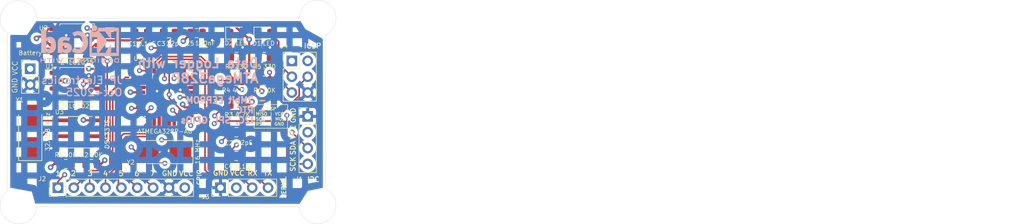
<source format=kicad_pcb>
(kicad_pcb (version 20241229) (generator "pcbnew") (generator_version "9.0")
  (title_block (title "${project_name}") (date "2025-10-16") (rev "1.0") (company "JP Electronics Ltd.") (comment 1 "2-Layer PCB Version"))
  (layers (0 "F.Cu" mixed) (4 "In1.Cu" mixed) (6 "In2.Cu" mixed) (2 "B.Cu" mixed) (13 "F.Paste" user) (15 "B.Paste" user) (5 "F.SilkS" user "F.Silkscreen") (7 "B.SilkS" user "B.Silkscreen") (1 "F.Mask" user) (3 "B.Mask" user) (25 "Edge.Cuts" user))
  (property "project_name" "MCU Datalogger with Memory and Clock")
  (net 0 "")
  (net 1 "GND")
  (net 2 "/Vcc")
  (net 3 "Net-(U4-PB6)")
  (net 4 "Net-(U4-PB7)")
  (net 5 "Net-(U4-AREF)")
  (net 6 "/SCK")
  (net 7 "Net-(D1-K)")
  (net 8 "Net-(D2-K)")
  (net 9 "/SDA")
  (net 10 "/D5")
  (net 11 "/D7")
  (net 12 "/D6")
  (net 13 "/D2")
  (net 14 "/D8")
  (net 15 "/D3")
  (net 16 "/D4")
  (net 17 "/RX")
  (net 18 "/TX")
  (net 19 "/MISO")
  (net 20 "/RESET")
  (net 21 "/MOSI")
  (net 22 "Net-(U3-~{INTA})")
  (net 23 "Net-(U3-SQW{slash}~INT)")
  (net 24 "Net-(U3-X1)")
  (net 25 "Net-(U3-X2)")
  (footprint "Resistor_SMD:R_0805_2012Metric" (layer "F.Cu") (at 77.7475 91.44)
    (property "Reference" "R2" (at -1.1675 -1.43 0) (layer "F.SilkS") (effects (font (size 0.7 0.7) (thickness 0.1))))
    (property "Value" "10K" (at 0.7925 -1.45 0) (layer "F.SilkS") (effects (font (size 0.7 0.7) (thickness 0.1))))
    (pad "1" smd roundrect (at -0.9125 0) (size 1.025 1.4) (layers "F.Cu" "F.Mask" "F.Paste") (roundrect_rratio 0.243902) (net 23 "Net-(U3-SQW{slash}~INT)"))
    (pad "2" smd roundrect (at 0.9125 0) (size 1.025 1.4) (layers "F.Cu" "F.Mask" "F.Paste") (roundrect_rratio 0.243902) (net 2 "/Vcc"))
  )
  (footprint "Footprints:SOIC127P600X175-8N" (layer "F.Cu") (at 75.9075 86.36)
    (property "Reference" "U3" (at -3.2775 -3.25 0) (layer "F.SilkS") (effects (font (size 0.7 0.7) (thickness 0.1))))
    (property "Value" "DS1337S_" (at 4.3725 0.02 90) (layer "F.SilkS") (effects (font (size 0.7 0.7) (thickness 0.1))))
    (pad "1" smd roundrect (at -2.475 -1.905) (size 1.97 0.59) (layers "F.Cu" "F.Mask" "F.Paste") (roundrect_rratio 0.125) (net 24 "Net-(U3-X1)"))
    (pad "2" smd roundrect (at -2.475 -0.635) (size 1.97 0.59) (layers "F.Cu" "F.Mask" "F.Paste") (roundrect_rratio 0.125) (net 25 "Net-(U3-X2)"))
    (pad "3" smd roundrect (at -2.475 0.635) (size 1.97 0.59) (layers "F.Cu" "F.Mask" "F.Paste") (roundrect_rratio 0.125) (net 22 "Net-(U3-~{INTA})"))
    (pad "4" smd roundrect (at -2.475 1.905) (size 1.97 0.59) (layers "F.Cu" "F.Mask" "F.Paste") (roundrect_rratio 0.125) (net 1 "GND"))
    (pad "5" smd roundrect (at 2.475 1.905) (size 1.97 0.59) (layers "F.Cu" "F.Mask" "F.Paste") (roundrect_rratio 0.125) (net 9 "/SDA"))
    (pad "6" smd roundrect (at 2.475 0.635) (size 1.97 0.59) (layers "F.Cu" "F.Mask" "F.Paste") (roundrect_rratio 0.125) (net 6 "/SCK"))
    (pad "7" smd roundrect (at 2.475 -0.635) (size 1.97 0.59) (layers "F.Cu" "F.Mask" "F.Paste") (roundrect_rratio 0.125) (net 23 "Net-(U3-SQW{slash}~INT)"))
    (pad "8" smd roundrect (at 2.475 -1.905) (size 1.97 0.59) (layers "F.Cu" "F.Mask" "F.Paste") (roundrect_rratio 0.125) (net 2 "/Vcc"))
  )
  (footprint "Connector_PinHeader_2.54mm:PinHeader_1x09_P2.54mm_Vertical" (layer "F.Cu") (at 72.39 95.25 90)
    (property "Reference" "J2" (at 1.42 -2.52 180) (layer "F.SilkS") (effects (font (size 0.7 0.7) (thickness 0.1))))
    (property "Value" "Conn_01x09_Pin" (hide yes))
    (pad "1" thru_hole rect (at 0 0 90) (size 1.7 1.7) (drill 1) (layers "*.Cu" "*.Mask") (net 13 "/D2"))
    (pad "2" thru_hole circle (at 0 2.54 90) (size 1.7 1.7) (drill 1) (layers "*.Cu" "*.Mask") (net 15 "/D3"))
    (pad "3" thru_hole circle (at 0 5.08 90) (size 1.7 1.7) (drill 1) (layers "*.Cu" "*.Mask") (net 16 "/D4"))
    (pad "4" thru_hole circle (at 0 7.62 90) (size 1.7 1.7) (drill 1) (layers "*.Cu" "*.Mask") (net 10 "/D5"))
    (pad "5" thru_hole circle (at 0 10.16 90) (size 1.7 1.7) (drill 1) (layers "*.Cu" "*.Mask") (net 12 "/D6"))
    (pad "6" thru_hole circle (at 0 12.7 90) (size 1.7 1.7) (drill 1) (layers "*.Cu" "*.Mask") (net 11 "/D7"))
    (pad "7" thru_hole circle (at 0 15.24 90) (size 1.7 1.7) (drill 1) (layers "*.Cu" "*.Mask") (net 14 "/D8"))
    (pad "8" thru_hole circle (at 0 17.78 90) (size 1.7 1.7) (drill 1) (layers "*.Cu" "*.Mask") (net 1 "GND"))
    (pad "9" thru_hole circle (at 0 20.32 90) (size 1.7 1.7) (drill 1) (layers "*.Cu" "*.Mask") (net 2 "/Vcc"))
  )
  (footprint "Connector_PinHeader_2.54mm:PinHeader_1x04_P2.54mm_Vertical" (layer "F.Cu") (at 112.395 83.82)
    (property "Reference" "J1" (at -1.38 10.06 0) (layer "F.SilkS") (effects (font (size 0.7 0.7) (thickness 0.1))))
    (property "Value" "Conn_01x04_Pin" (hide yes))
    (pad "1" thru_hole rect (at 0 0) (size 1.7 1.7) (drill 1) (layers "*.Cu" "*.Mask") (net 1 "GND"))
    (pad "2" thru_hole circle (at 0 2.54) (size 1.7 1.7) (drill 1) (layers "*.Cu" "*.Mask") (net 2 "/Vcc"))
    (pad "3" thru_hole circle (at 0 5.08) (size 1.7 1.7) (drill 1) (layers "*.Cu" "*.Mask") (net 9 "/SDA"))
    (pad "4" thru_hole circle (at 0 7.62) (size 1.7 1.7) (drill 1) (layers "*.Cu" "*.Mask") (net 6 "/SCK"))
  )
  (footprint "Resistor_SMD:R_0805_2012Metric" (layer "F.Cu") (at 105.4475 74.295 180)
    (property "Reference" "R5" (at 1.1475 -1.555 0) (layer "F.SilkS") (effects (font (size 0.7 0.7) (thickness 0.1))))
    (property "Value" "330" (at -0.8325 -1.555 0) (layer "F.SilkS") (effects (font (size 0.7 0.7) (thickness 0.1))))
    (pad "1" smd roundrect (at -0.9125 0 180) (size 1.025 1.4) (layers "F.Cu" "F.Mask" "F.Paste") (roundrect_rratio 0.243902) (net 1 "GND"))
    (pad "2" smd roundrect (at 0.9125 0 180) (size 1.025 1.4) (layers "F.Cu" "F.Mask" "F.Paste") (roundrect_rratio 0.243902) (net 7 "Net-(D1-K)"))
  )
  (footprint "Capacitor_SMD:C_0805_2012Metric" (layer "F.Cu") (at 100.965 86.36 180)
    (property "Reference" "C2" (at 1.185 -1.73 0) (layer "F.SilkS") (effects (font (size 0.7 0.7) (thickness 0.1))))
    (property "Value" "22pF" (at -1.305 -1.67 0) (layer "F.SilkS") (effects (font (size 0.7 0.7) (thickness 0.1))))
    (pad "1" smd roundrect (at -0.95 0 180) (size 1 1.45) (layers "F.Cu" "F.Mask" "F.Paste") (net 1 "GND"))
    (pad "2" smd roundrect (at 0.95 0 180) (size 1 1.45) (layers "F.Cu" "F.Mask" "F.Paste") (net 3 "Net-(U4-PB6)"))
  )
  (footprint "MountingHole:MountingHole_2.1mm" (layer "F.Cu") (at 66.06 98.07)
    (property "Reference" "H2" (hide yes))
    (property "Value" "MountingHole" (hide yes))
    (pad "" np_thru_hole circle (at 0 0) (size 2.1 2.1) (drill 2.1) (layers "*.Cu" "*.Mask"))
  )
  (footprint "Resistor_SMD:R_0805_2012Metric" (layer "F.Cu") (at 101.0025 74.295)
    (property "Reference" "R7" (at -1.1425 1.565 0) (layer "F.SilkS") (effects (font (size 0.7 0.7) (thickness 0.1))))
    (property "Value" "330" (at 0.7575 1.585 0) (layer "F.SilkS") (effects (font (size 0.7 0.7) (thickness 0.1))))
    (pad "1" smd roundrect (at -0.9125 0) (size 1.025 1.4) (layers "F.Cu" "F.Mask" "F.Paste") (roundrect_rratio 0.243902) (net 8 "Net-(D2-K)"))
    (pad "2" smd roundrect (at 0.9125 0) (size 1.025 1.4) (layers "F.Cu" "F.Mask" "F.Paste") (roundrect_rratio 0.243902) (net 1 "GND"))
  )
  (footprint "Resistor_SMD:R_0805_2012Metric" (layer "F.Cu") (at 73.66 91.44 180)
    (property "Reference" "R1" (at 1.11 1.44 0) (layer "F.SilkS") (effects (font (size 0.7 0.7) (thickness 0.1))))
    (property "Value" "10K" (at -0.75 1.44 0) (layer "F.SilkS") (effects (font (size 0.7 0.7) (thickness 0.1))))
    (pad "1" smd roundrect (at -0.9125 0 180) (size 1.025 1.4) (layers "F.Cu" "F.Mask" "F.Paste") (roundrect_rratio 0.243902) (net 22 "Net-(U3-~{INTA})"))
    (pad "2" smd roundrect (at 0.9125 0 180) (size 1.025 1.4) (layers "F.Cu" "F.Mask" "F.Paste") (roundrect_rratio 0.243902) (net 2 "/Vcc"))
  )
  (footprint "Crystal:Crystal_SMD_5032-2Pin_5.0x3.2mm_HandSoldering" (layer "F.Cu") (at 67.945 86.3 90)
    (property "Reference" "Y1" (at 5.12 -1.685 180) (layer "F.SilkS") (effects (font (size 0.7 0.7) (thickness 0.1))))
    (property "Value" "32.768 KHz" (at 0 2.8 90) (layer "F.SilkS") (effects (font (size 0.7 0.7) (thickness 0.1))))
    (pad "1" smd roundrect (at -2.6 0 90) (size 3.5 2.4) (layers "F.Cu" "F.Mask" "F.Paste") (roundrect_rratio 0.104167) (net 25 "Net-(U3-X2)"))
    (pad "2" smd roundrect (at 2.6 0 90) (size 3.5 2.4) (layers "F.Cu" "F.Mask" "F.Paste") (roundrect_rratio 0.104167) (net 24 "Net-(U3-X1)"))
  )
  (footprint "Crystal:Crystal_SMD_5032-2Pin_5.0x3.2mm_HandSoldering" (layer "F.Cu") (at 89.4025 89.535 180)
    (property "Reference" "Y2" (at 5.3625 -1.645 0) (layer "F.SilkS") (effects (font (size 0.7 0.7) (thickness 0.1))))
    (property "Value" "16 MHz" (at -5.3575 0.045 90) (layer "F.SilkS") (effects (font (size 0.7 0.7) (thickness 0.1))))
    (pad "1" smd roundrect (at -2.6 0 180) (size 3.5 2.4) (layers "F.Cu" "F.Mask" "F.Paste") (roundrect_rratio 0.104167) (net 4 "Net-(U4-PB7)"))
    (pad "2" smd roundrect (at 2.6 0 180) (size 3.5 2.4) (layers "F.Cu" "F.Mask" "F.Paste") (roundrect_rratio 0.104167) (net 3 "Net-(U4-PB6)"))
  )
  (footprint "Footprints:QFP80P900X900X120-32N" (layer "F.Cu") (at 89.81 80.37)
    (property "Reference" "U4" (at -4.59 -5.8 0) (layer "F.SilkS") (effects (font (size 0.7 0.7) (thickness 0.1))))
    (property "Value" "ATMEGA328P-AU" (at -0.27 5.86 0) (layer "F.SilkS") (effects (font (size 0.7 0.7) (thickness 0.1))))
    (pad "1" smd roundrect (at -4.17 -2.8) (size 1.47 0.55) (layers "F.Cu" "F.Mask" "F.Paste") (roundrect_rratio 0.125) (net 15 "/D3"))
    (pad "2" smd roundrect (at -4.17 -2) (size 1.47 0.55) (layers "F.Cu" "F.Mask" "F.Paste") (roundrect_rratio 0.125) (net 16 "/D4"))
    (pad "3" smd roundrect (at -4.17 -1.2) (size 1.47 0.55) (layers "F.Cu" "F.Mask" "F.Paste") (roundrect_rratio 0.125) (net 1 "GND"))
    (pad "4" smd roundrect (at -4.17 -0.4) (size 1.47 0.55) (layers "F.Cu" "F.Mask" "F.Paste") (roundrect_rratio 0.125) (net 2 "/Vcc"))
    (pad "5" smd roundrect (at -4.17 0.4) (size 1.47 0.55) (layers "F.Cu" "F.Mask" "F.Paste") (roundrect_rratio 0.125) (net 1 "GND"))
    (pad "6" smd roundrect (at -4.17 1.2) (size 1.47 0.55) (layers "F.Cu" "F.Mask" "F.Paste") (roundrect_rratio 0.125))
    (pad "7" smd roundrect (at -4.17 2) (size 1.47 0.55) (layers "F.Cu" "F.Mask" "F.Paste") (roundrect_rratio 0.125) (net 3 "Net-(U4-PB6)"))
    (pad "8" smd roundrect (at -4.17 2.8) (size 1.47 0.55) (layers "F.Cu" "F.Mask" "F.Paste") (roundrect_rratio 0.125) (net 4 "Net-(U4-PB7)"))
    (pad "9" smd roundrect (at -2.8 4.17) (size 0.55 1.47) (layers "F.Cu" "F.Mask" "F.Paste") (roundrect_rratio 0.125) (net 10 "/D5"))
    (pad "10" smd roundrect (at -2 4.17) (size 0.55 1.47) (layers "F.Cu" "F.Mask" "F.Paste") (roundrect_rratio 0.125) (net 12 "/D6"))
    (pad "11" smd roundrect (at -1.2 4.17) (size 0.55 1.47) (layers "F.Cu" "F.Mask" "F.Paste") (roundrect_rratio 0.125) (net 11 "/D7"))
    (pad "12" smd roundrect (at -0.4 4.17) (size 0.55 1.47) (layers "F.Cu" "F.Mask" "F.Paste") (roundrect_rratio 0.125) (net 14 "/D8"))
    (pad "13" smd roundrect (at 0.4 4.17) (size 0.55 1.47) (layers "F.Cu" "F.Mask" "F.Paste") (roundrect_rratio 0.125))
    (pad "14" smd roundrect (at 1.2 4.17) (size 0.55 1.47) (layers "F.Cu" "F.Mask" "F.Paste") (roundrect_rratio 0.125))
    (pad "15" smd roundrect (at 2 4.17) (size 0.55 1.47) (layers "F.Cu" "F.Mask" "F.Paste") (roundrect_rratio 0.125) (net 21 "/MOSI"))
    (pad "16" smd roundrect (at 2.8 4.17) (size 0.55 1.47) (layers "F.Cu" "F.Mask" "F.Paste") (roundrect_rratio 0.125) (net 19 "/MISO"))
    (pad "17" smd roundrect (at 4.17 2.8) (size 1.47 0.55) (layers "F.Cu" "F.Mask" "F.Paste") (roundrect_rratio 0.125) (net 6 "/SCK"))
    (pad "18" smd roundrect (at 4.17 2) (size 1.47 0.55) (layers "F.Cu" "F.Mask" "F.Paste") (roundrect_rratio 0.125) (net 2 "/Vcc"))
    (pad "19" smd roundrect (at 4.17 1.2) (size 1.47 0.55) (layers "F.Cu" "F.Mask" "F.Paste") (roundrect_rratio 0.125))
    (pad "20" smd roundrect (at 4.17 0.4) (size 1.47 0.55) (layers "F.Cu" "F.Mask" "F.Paste") (roundrect_rratio 0.125) (net 5 "Net-(U4-AREF)"))
    (pad "21" smd roundrect (at 4.17 -0.4) (size 1.47 0.55) (layers "F.Cu" "F.Mask" "F.Paste") (roundrect_rratio 0.125) (net 1 "GND"))
    (pad "22" smd roundrect (at 4.17 -1.2) (size 1.47 0.55) (layers "F.Cu" "F.Mask" "F.Paste") (roundrect_rratio 0.125))
    (pad "23" smd roundrect (at 4.17 -2) (size 1.47 0.55) (layers "F.Cu" "F.Mask" "F.Paste") (roundrect_rratio 0.125))
    (pad "24" smd roundrect (at 4.17 -2.8) (size 1.47 0.55) (layers "F.Cu" "F.Mask" "F.Paste") (roundrect_rratio 0.125))
    (pad "25" smd roundrect (at 2.8 -4.17) (size 0.55 1.47) (layers "F.Cu" "F.Mask" "F.Paste") (roundrect_rratio 0.125))
    (pad "26" smd roundrect (at 2 -4.17) (size 0.55 1.47) (layers "F.Cu" "F.Mask" "F.Paste") (roundrect_rratio 0.125))
    (pad "27" smd roundrect (at 1.2 -4.17) (size 0.55 1.47) (layers "F.Cu" "F.Mask" "F.Paste") (roundrect_rratio 0.125) (net 9 "/SDA"))
    (pad "28" smd roundrect (at 0.4 -4.17) (size 0.55 1.47) (layers "F.Cu" "F.Mask" "F.Paste") (roundrect_rratio 0.125) (net 6 "/SCK"))
    (pad "29" smd roundrect (at -0.4 -4.17) (size 0.55 1.47) (layers "F.Cu" "F.Mask" "F.Paste") (roundrect_rratio 0.125) (net 20 "/RESET"))
    (pad "30" smd roundrect (at -1.2 -4.17) (size 0.55 1.47) (layers "F.Cu" "F.Mask" "F.Paste") (roundrect_rratio 0.125) (net 17 "/RX"))
    (pad "31" smd roundrect (at -2 -4.17) (size 0.55 1.47) (layers "F.Cu" "F.Mask" "F.Paste") (roundrect_rratio 0.125) (net 18 "/TX"))
    (pad "32" smd roundrect (at -2.8 -4.17) (size 0.55 1.47) (layers "F.Cu" "F.Mask" "F.Paste") (roundrect_rratio 0.125) (net 13 "/D2"))
  )
  (footprint "Connector_PinHeader_2.54mm:PinHeader_1x04_P2.54mm_Vertical" (layer "F.Cu") (at 98.425 95.25 90)
    (property "Reference" "J3" (at -1.46 -2.38 180) (layer "F.SilkS") (effects (font (size 0.7 0.7) (thickness 0.1))))
    (property "Value" "Conn_01x04_Pin" (hide yes))
    (pad "1" thru_hole rect (at 0 0 90) (size 1.7 1.7) (drill 1) (layers "*.Cu" "*.Mask") (net 1 "GND"))
    (pad "2" thru_hole circle (at 0 2.54 90) (size 1.7 1.7) (drill 1) (layers "*.Cu" "*.Mask") (net 2 "/Vcc"))
    (pad "3" thru_hole circle (at 0 5.08 90) (size 1.7 1.7) (drill 1) (layers "*.Cu" "*.Mask") (net 17 "/RX"))
    (pad "4" thru_hole circle (at 0 7.62 90) (size 1.7 1.7) (drill 1) (layers "*.Cu" "*.Mask") (net 18 "/TX"))
  )
  (footprint "Resistor_SMD:R_0805_2012Metric" (layer "F.Cu") (at 100.9225 81.915 180)
    (property "Reference" "R3" (at 1.1625 -1.65 0) (layer "F.SilkS") (effects (font (size 0.7 0.7) (thickness 0.1))))
    (property "Value" "4.7K" (at -1.0575 -1.635 0) (layer "F.SilkS") (effects (font (size 0.7 0.7) (thickness 0.1))))
    (pad "1" smd roundrect (at -0.9125 0 180) (size 1.025 1.4) (layers "F.Cu" "F.Mask" "F.Paste") (roundrect_rratio 0.243902) (net 2 "/Vcc"))
    (pad "2" smd roundrect (at 0.9125 0 180) (size 1.025 1.4) (layers "F.Cu" "F.Mask" "F.Paste") (roundrect_rratio 0.243902) (net 6 "/SCK"))
  )
  (footprint "Capacitor_SMD:C_0805_2012Metric" (layer "F.Cu") (at 100.96 90.17 180)
    (property "Reference" "C4" (at 1.23 -1.68 0) (layer "F.SilkS") (effects (font (size 0.7 0.7) (thickness 0.1))))
    (property "Value" "0.1uF" (at -1.3 -1.68 0) (layer "F.SilkS") (effects (font (size 0.7 0.7) (thickness 0.1))))
    (pad "1" smd roundrect (at -0.95 0 180) (size 1 1.45) (layers "F.Cu" "F.Mask" "F.Paste") (net 1 "GND"))
    (pad "2" smd roundrect (at 0.95 0 180) (size 1 1.45) (layers "F.Cu" "F.Mask" "F.Paste") (net 5 "Net-(U4-AREF)"))
  )
  (footprint "LED_SMD:LED_0805_2012Metric" (layer "F.Cu") (at 100.9425 70.485)
    (property "Reference" "D2" (at -1.1625 1.595 0) (layer "F.SilkS") (effects (font (size 0.7 0.7) (thickness 0.1))))
    (property "Value" "LED" (at 0.8475 1.595 0) (layer "F.SilkS") (effects (font (size 0.7 0.7) (thickness 0.1))))
    (pad "1" smd roundrect (at -0.9375 0) (size 0.975 1.4) (layers "F.Cu" "F.Mask" "F.Paste") (net 8 "Net-(D2-K)"))
    (pad "2" smd roundrect (at 0.9375 0) (size 0.975 1.4) (layers "F.Cu" "F.Mask" "F.Paste") (net 2 "/Vcc"))
  )
  (footprint "Resistor_SMD:R_0805_2012Metric" (layer "F.Cu") (at 105.4475 78.105)
    (property "Reference" "R6" (at -1.0675 1.555 0) (layer "F.SilkS") (effects (font (size 0.7 0.7) (thickness 0.1))))
    (property "Value" "10K" (at 0.8025 1.545 0) (layer "F.SilkS") (effects (font (size 0.7 0.7) (thickness 0.1))))
    (pad "1" smd roundrect (at -0.9125 0) (size 1.025 1.4) (layers "F.Cu" "F.Mask" "F.Paste") (roundrect_rratio 0.243902) (net 2 "/Vcc"))
    (pad "2" smd roundrect (at 0.9125 0) (size 1.025 1.4) (layers "F.Cu" "F.Mask" "F.Paste") (roundrect_rratio 0.243902) (net 20 "/RESET"))
  )
  (footprint "Capacitor_SMD:C_0805_2012Metric" (layer "F.Cu") (at 85.725 70.485)
    (property "Reference" "C1" (at -1.435 1.715 0) (layer "F.SilkS") (effects (font (size 0.7 0.7) (thickness 0.1))))
    (property "Value" "0.1uF" (at 0.895 1.715 0) (layer "F.SilkS") (effects (font (size 0.7 0.7) (thickness 0.1))))
    (pad "1" smd roundrect (at -0.95 0) (size 1 1.45) (layers "F.Cu" "F.Mask" "F.Paste") (net 2 "/Vcc"))
    (pad "2" smd roundrect (at 0.95 0) (size 1 1.45) (layers "F.Cu" "F.Mask" "F.Paste") (net 1 "GND"))
  )
  (footprint "Capacitor_SMD:C_0805_2012Metric" (layer "F.Cu") (at 90.17 70.485)
    (property "Reference" "C3" (at -1.25 1.695 0) (layer "F.SilkS") (effects (font (size 0.7 0.7) (thickness 0.1))))
    (property "Value" "22pF" (at 0.89 1.665 0) (layer "F.SilkS") (effects (font (size 0.7 0.7) (thickness 0.1))))
    (pad "1" smd roundrect (at -0.95 0) (size 1 1.45) (layers "F.Cu" "F.Mask" "F.Paste") (net 1 "GND"))
    (pad "2" smd roundrect (at 0.95 0) (size 1 1.45) (layers "F.Cu" "F.Mask" "F.Paste") (net 4 "Net-(U4-PB7)"))
  )
  (footprint "LED_SMD:LED_0805_2012Metric" (layer "F.Cu") (at 105.4675 70.485)
    (property "Reference" "D1" (at -1.2275 1.645 0) (layer "F.SilkS") (effects (font (size 0.7 0.7) (thickness 0.1))))
    (property "Value" "LED" (at 0.6825 1.635 0) (layer "F.SilkS") (effects (font (size 0.7 0.7) (thickness 0.1))))
    (pad "1" smd roundrect (at -0.9375 0) (size 0.975 1.4) (layers "F.Cu" "F.Mask" "F.Paste") (net 7 "Net-(D1-K)"))
    (pad "2" smd roundrect (at 0.9375 0) (size 0.975 1.4) (layers "F.Cu" "F.Mask" "F.Paste") (net 6 "/SCK"))
  )
  (footprint "Resistor_SMD:R_0805_2012Metric" (layer "F.Cu") (at 100.9225 78.105 180)
    (property "Reference" "R4" (at 1.5825 -1.525 0) (layer "F.SilkS") (effects (font (size 0.7 0.7) (thickness 0.1))))
    (property "Value" "4.7K" (at -0.5975 -1.575 0) (layer "F.SilkS") (effects (font (size 0.7 0.7) (thickness 0.1))))
    (pad "1" smd roundrect (at -0.9125 0 180) (size 1.025 1.4) (layers "F.Cu" "F.Mask" "F.Paste") (roundrect_rratio 0.243902) (net 2 "/Vcc"))
    (pad "2" smd roundrect (at 0.9125 0 180) (size 1.025 1.4) (layers "F.Cu" "F.Mask" "F.Paste") (roundrect_rratio 0.243902) (net 9 "/SDA"))
  )
  (footprint "MountingHole:MountingHole_2.1mm" (layer "F.Cu") (at 113.95 98.07)
    (property "Reference" "H4" (hide yes))
    (property "Value" "MountingHole" (hide yes))
    (pad "" np_thru_hole circle (at 0 0) (size 2.1 2.1) (drill 2.1) (layers "*.Cu" "*.Mask"))
  )
  (footprint "Connector_PinHeader_2.54mm:PinHeader_2x03_P2.54mm_Vertical" (layer "F.Cu") (at 109.855 74.93)
    (property "Reference" "J4" (at -1.225 -2.36 0) (layer "F.SilkS") (effects (font (size 0.7 0.7) (thickness 0.1))))
    (property "Value" "Conn_02x03_Odd_Even" (hide yes))
    (pad "1" thru_hole rect (at 0 0) (size 1.7 1.7) (drill 1) (layers "*.Cu" "*.Mask") (net 19 "/MISO"))
    (pad "2" thru_hole circle (at 2.54 0) (size 1.7 1.7) (drill 1) (layers "*.Cu" "*.Mask") (net 2 "/Vcc"))
    (pad "3" thru_hole circle (at 0 2.54) (size 1.7 1.7) (drill 1) (layers "*.Cu" "*.Mask") (net 6 "/SCK"))
    (pad "4" thru_hole circle (at 2.54 2.54) (size 1.7 1.7) (drill 1) (layers "*.Cu" "*.Mask") (net 21 "/MOSI"))
    (pad "5" thru_hole circle (at 0 5.08) (size 1.7 1.7) (drill 1) (layers "*.Cu" "*.Mask") (net 20 "/RESET"))
    (pad "6" thru_hole circle (at 2.54 5.08) (size 1.7 1.7) (drill 1) (layers "*.Cu" "*.Mask") (net 1 "GND"))
  )
  (footprint "MountingHole:MountingHole_2.1mm" (layer "F.Cu") (at 66.06 68.19)
    (property "Reference" "H1" (hide yes))
    (property "Value" "MountingHole" (hide yes))
    (pad "" np_thru_hole circle (at 0 0) (size 2.1 2.1) (drill 2.1) (layers "*.Cu" "*.Mask"))
  )
  (footprint "Capacitor_SMD:C_0805_2012Metric" (layer "F.Cu") (at 94.61 70.485)
    (property "Reference" "C5" (at -1.07 1.645 0) (layer "F.SilkS") (effects (font (size 0.7 0.7) (thickness 0.1))))
    (property "Value" "100nF" (at 1.36 1.615 0) (layer "F.SilkS") (effects (font (size 0.7 0.7) (thickness 0.1))))
    (pad "1" smd roundrect (at -0.95 0) (size 1 1.45) (layers "F.Cu" "F.Mask" "F.Paste") (net 2 "/Vcc"))
    (pad "2" smd roundrect (at 0.95 0) (size 1 1.45) (layers "F.Cu" "F.Mask" "F.Paste") (net 1 "GND"))
  )
  (footprint "MountingHole:MountingHole_2.1mm" (layer "F.Cu") (at 113.994 68.15)
    (property "Reference" "H3" (hide yes))
    (property "Value" "MountingHole" (hide yes))
    (pad "" np_thru_hole circle (at 0 0) (size 2.1 2.1) (drill 2.1) (layers "*.Cu" "*.Mask"))
  )
  (footprint "Package_SO:SOIC-8_5.3x5.3mm_P1.27mm" (layer "F.Cu") (at 75.4525 78.74)
    (property "Reference" "U1" (at -4.3325 -2.92 0) (layer "F.SilkS") (effects (font (size 0.7 0.7) (thickness 0.1))))
    (property "Value" "24LC1025" (at -0.0025 3.43 0) (layer "F.SilkS") (effects (font (size 0.7 0.7) (thickness 0.1))))
    (pad "1" smd roundrect (at -3.5875 -1.905) (size 1.625 0.65) (layers "F.Cu" "F.Mask" "F.Paste") (net 2 "/Vcc"))
    (pad "2" smd roundrect (at -3.5875 -0.635) (size 1.625 0.65) (layers "F.Cu" "F.Mask" "F.Paste") (net 2 "/Vcc"))
    (pad "3" smd roundrect (at -3.5875 0.635) (size 1.625 0.65) (layers "F.Cu" "F.Mask" "F.Paste") (net 2 "/Vcc"))
    (pad "4" smd roundrect (at -3.5875 1.905) (size 1.625 0.65) (layers "F.Cu" "F.Mask" "F.Paste") (net 1 "GND"))
    (pad "5" smd roundrect (at 3.5875 1.905) (size 1.625 0.65) (layers "F.Cu" "F.Mask" "F.Paste") (net 9 "/SDA"))
    (pad "6" smd roundrect (at 3.5875 0.635) (size 1.625 0.65) (layers "F.Cu" "F.Mask" "F.Paste") (net 6 "/SCK"))
    (pad "7" smd roundrect (at 3.5875 -0.635) (size 1.625 0.65) (layers "F.Cu" "F.Mask" "F.Paste") (net 1 "GND"))
    (pad "8" smd roundrect (at 3.5875 -1.905) (size 1.625 0.65) (layers "F.Cu" "F.Mask" "F.Paste") (net 2 "/Vcc"))
  )
  (footprint "Connector_PinHeader_2.54mm:PinHeader_1x02_P2.54mm_Vertical" (layer "F.Cu") (at 67.945 76.195)
    (property "Reference" "BT1" (hide yes))
    (property "Value" "Battery" (at 0 -2.545 0) (layer "F.SilkS") (effects (font (size 0.7 0.7) (thickness 0.1))))
    (pad "1" thru_hole rect (at 0 0) (size 1.7 1.7) (drill 1) (layers "*.Cu" "*.Mask") (net 2 "/Vcc"))
    (pad "2" thru_hole circle (at 0 2.54) (size 1.7 1.7) (drill 1) (layers "*.Cu" "*.Mask") (net 1 "GND"))
  )
  (footprint "Package_SO:SOIC-8_5.3x5.3mm_P1.27mm" (layer "F.Cu") (at 75.4525 71.755)
    (property "Reference" "U2" (at -5.3925 -2.095 0) (layer "F.SilkS") (effects (font (size 0.7 0.7) (thickness 0.1))))
    (property "Value" "24LC1025" (at -0.0145 3.405 0) (layer "F.SilkS") (effects (font (size 0.7 0.7) (thickness 0.1))))
    (pad "1" smd roundrect (at -3.5875 -1.905) (size 1.625 0.65) (layers "F.Cu" "F.Mask" "F.Paste") (net 2 "/Vcc"))
    (pad "2" smd roundrect (at -3.5875 -0.635) (size 1.625 0.65) (layers "F.Cu" "F.Mask" "F.Paste") (net 1 "GND"))
    (pad "3" smd roundrect (at -3.5875 0.635) (size 1.625 0.65) (layers "F.Cu" "F.Mask" "F.Paste") (net 2 "/Vcc"))
    (pad "4" smd roundrect (at -3.5875 1.905) (size 1.625 0.65) (layers "F.Cu" "F.Mask" "F.Paste") (net 1 "GND"))
    (pad "5" smd roundrect (at 3.5875 1.905) (size 1.625 0.65) (layers "F.Cu" "F.Mask" "F.Paste") (net 9 "/SDA"))
    (pad "6" smd roundrect (at 3.5875 0.635) (size 1.625 0.65) (layers "F.Cu" "F.Mask" "F.Paste") (net 6 "/SCK"))
    (pad "7" smd roundrect (at 3.5875 -0.635) (size 1.625 0.65) (layers "F.Cu" "F.Mask" "F.Paste") (net 1 "GND"))
    (pad "8" smd roundrect (at 3.5875 -1.905) (size 1.625 0.65) (layers "F.Cu" "F.Mask" "F.Paste") (net 2 "/Vcc"))
  )
  (footprint "Symbol:KiCad-Logo2_5mm_SilkScreen" (layer "B.Cu") (at 75.89 72.22 180)
    (property "Reference" "REF**" (hide yes))
    (property "Value" "KiCad-Logo2_5mm_SilkScreen" (hide yes))
  )
  (gr_rect (start 103.815 81.93) (end 109.175 85.72) (stroke (width 0.1)) (fill no) (layer "F.SilkS"))
  (gr_arc (start 69.02 98.29) (mid 64.709295 100.689381) (end 64.238718 95.778397) (stroke (width 0.05)) (layer "Edge.Cuts"))
  (gr_line (start 64.242372 95.778397) (end 64.254861 70.529894) (stroke (width 0.05)) (layer "Edge.Cuts"))
  (gr_arc (start 64.255038 70.529894) (mid 64.729594 65.604183) (end 69.02 68.07) (stroke (width 0.05)) (layer "Edge.Cuts"))
  (gr_arc (start 115.323794 95.442609) (mid 115.625348 100.51146) (end 111.04 98.33) (stroke (width 0.05)) (layer "Edge.Cuts"))
  (gr_line (start 111.04 98.33) (end 69.019999 98.29) (stroke (width 0.05)) (layer "Edge.Cuts"))
  (gr_line (start 115.316089 70.781968) (end 115.32 95.450002) (stroke (width 0.05)) (layer "Edge.Cuts"))
  (gr_line (start 69.02 68.070027) (end 111.050011 68.06) (stroke (width 0.05)) (layer "Edge.Cuts"))
  (gr_arc (start 111.05001 68.06) (mid 115.576426 65.665829) (end 115.32 70.78) (stroke (width 0.05)) (layer "Edge.Cuts"))
  (gr_text "TX" (at 105.23 93.38 0) (layer "F.SilkS") (effects (font (size 0.8 0.8) (thickness 0.15) (bold yes)) (justify left bottom)))
  (gr_text "VCC" (at 99.87 93.37 0) (layer "F.SilkS") (effects (font (size 0.8 0.8) (thickness 0.15) (bold yes)) (justify left bottom)))
  (gr_text "RX" (at 102.68 93.4 0) (layer "F.SilkS") (effects (font (size 0.8 0.8) (thickness 0.15) (bold yes)) (justify left bottom)))
  (gr_text "ICSP" (at 111.72 73 0) (layer "F.SilkS") (effects (font (size 0.8 0.8) (thickness 0.15) (bold yes)) (justify left bottom)))
  (gr_text "    ICSP\nMISO | VCC\nSCK  | MOSI\nRST  | GND" (at 104.04 85.33 0) (layer "F.SilkS") (effects (font (size 0.5 0.5) (thickness 0.1)) (justify left bottom)))
  (gr_text "6" (at 84.55 93.45 0) (layer "F.SilkS") (effects (font (size 0.8 0.8) (thickness 0.15) (bold yes)) (justify left bottom)))
  (gr_text "3" (at 77.07 93.44 0) (layer "F.SilkS") (effects (font (size 0.8 0.8) (thickness 0.15) (bold yes)) (justify left bottom)))
  (gr_text "4" (at 79.53 93.44 0) (layer "F.SilkS") (effects (font (size 0.8 0.8) (thickness 0.15) (bold yes)) (justify left bottom)))
  (gr_text "SDA" (at 110.51 90.1 90) (layer "F.SilkS") (effects (font (size 0.8 0.8) (thickness 0.15) (bold yes)) (justify left bottom)))
  (gr_text "7" (at 87.05 93.43 0) (layer "F.SilkS") (effects (font (size 0.8 0.8) (thickness 0.15) (bold yes)) (justify left bottom)))
  (gr_text "VCC" (at 65.99 77.3 90) (layer "F.SilkS") (effects (font (size 0.8 0.8) (thickness 0.1)) (justify left bottom)))
  (gr_text "GND" (at 110.53 84.99 90) (layer "F.SilkS") (effects (font (size 0.8 0.8) (thickness 0.15) (bold yes)) (justify left bottom)))
  (gr_text "1" (at 71.92 93.45 0) (layer "F.SilkS") (effects (font (size 0.8 0.8) (thickness 0.15) (bold yes)) (justify left bottom)))
  (gr_text "I2C" (at 112.22 94.39 0) (layer "F.SilkS") (effects (font (size 0.8 0.8) (thickness 0.15) (bold yes)) (justify left bottom)))
  (gr_text "VCC" (at 91.69 93.44 0) (layer "F.SilkS") (effects (font (size 0.8 0.8) (thickness 0.15) (bold yes)) (justify left bottom)))
  (gr_text "VCC" (at 110.53 87.59 90) (layer "F.SilkS") (effects (font (size 0.8 0.8) (thickness 0.15) (bold yes)) (justify left bottom)))
  (gr_text "SERIAL" (at 108.99 97.04 90) (layer "F.SilkS") (effects (font (size 0.7 0.7) (thickness 0.15) (bold yes)) (justify left bottom)))
  (gr_text "GND" (at 65.95 80.17 90) (layer "F.SilkS") (effects (font (size 0.8 0.8) (thickness 0.1)) (justify left bottom)))
  (gr_text "2" (at 74.38 93.43 0) (layer "F.SilkS") (effects (font (size 0.8 0.8) (thickness 0.15) (bold yes)) (justify left bottom)))
  (gr_text "GND" (at 88.97 93.43 0) (layer "F.SilkS") (effects (font (size 0.8 0.8) (thickness 0.15) (bold yes)) (justify left bottom)))
  (gr_text "5" (at 82.02 93.45 0) (layer "F.SilkS") (effects (font (size 0.8 0.8) (thickness 0.15) (bold yes)) (justify left bottom)))
  (gr_text "SCK" (at 110.5 92.75 90) (layer "F.SilkS") (effects (font (size 0.8 0.8) (thickness 0.15) (bold yes)) (justify left bottom)))
  (gr_text "GPIO" (at 95.44 94.92 90) (layer "F.SilkS") (effects (font (size 0.7 0.7) (thickness 0.15) (bold yes)) (justify left bottom)))
  (gr_text "GND" (at 97.14 93.36 0) (layer "F.SilkS") (effects (font (size 0.8 0.8) (thickness 0.15) (bold yes)) (justify left bottom)))
  (gr_text "- 2Mbit EEPROM\n- RTC\n- I2C, SPI, GPIOs" (at 105.89 85.03 0) (layer "B.SilkS") (effects (font (size 1 1) (thickness 0.25) (bold yes)) (justify left bottom mirror)))
  (gr_text "Data Logger with \nATMega328P" (at 104.69 78.6 0) (layer "B.SilkS") (effects (font (size 1.5 1.5) (thickness 0.3) (bold yes)) (justify left bottom mirror)))
  (gr_text "JP Electronics\nOct-2025" (at 82.82 80.67 0) (layer "B.SilkS") (effects (font (size 1.2 1.2) (thickness 0.2)) (justify left bottom mirror)))
  (segment (start 101.915 86.36) (end 101.915 88.25) (width 0.35) (layer "F.Cu") (net 1))
  (segment (start 101.915 88.25) (end 103.26 88.25) (width 0.35) (layer "F.Cu") (net 1))
  (segment (start 101.915 72.825) (end 101.97 72.77) (width 0.35) (layer "F.Cu") (net 1))
  (segment (start 78.045 78.105) (end 79.04 78.105) (width 0.35) (layer "F.Cu") (net 1))
  (segment (start 79.04 71.12) (end 79.56 71.64) (width 0.35) (layer "F.Cu") (net 1))
  (segment (start 95.56 70.485) (end 95.955 70.485) (width 0.35) (layer "F.Cu") (net 1))
  (segment (start 92.38 79.97) (end 91.98 79.57) (width 0.35) (layer "F.Cu") (net 1))
  (segment (start 72.81 73.66) (end 71.865 73.66) (width 0.35) (layer "F.Cu") (net 1))
  (segment (start 85.64 80.77) (end 87.27 80.77) (width 0.35) (layer "F.Cu") (net 1))
  (segment (start 71.865 71.12) (end 73.44 71.12) (width 0.35) (layer "F.Cu") (net 1))
  (segment (start 87.65 79.17) (end 88.26 79.78) (width 0.35) (layer "F.Cu") (net 1))
  (segment (start 95.955 70.485) (end 97.1 71.63) (width 0.35) (layer "F.Cu") (net 1))
  (segment (start 77.335 77.395) (end 78.045 78.105) (width 0.35) (layer "F.Cu") (net 1))
  (segment (start 89.22 70.485) (end 86.675 70.485) (width 0.35) (layer "F.Cu") (net 1))
  (segment (start 106.36 74.295) (end 106.36 72.78) (width 0.35) (layer "F.Cu") (net 1))
  (segment (start 103.26 88.25) (end 103.29 88.22) (width 0.35) (layer "F.Cu") (net 1))
  (segment (start 73.4325 88.265) (end 71.975 88.265) (width 0.35) (layer "F.Cu") (net 1))
  (segment (start 71.865 80.645) (end 70.555 80.645) (width 0.35) (layer "F.Cu") (net 1))
  (segment (start 85.52 71.64) (end 86.675 70.485) (width 0.35) (layer "F.Cu") (net 1))
  (segment (start 79.04 71.12) (end 77.4 71.12) (width 0.35) (layer "F.Cu") (net 1))
  (segment (start 77.4 71.12) (end 77.11 70.83) (width 0.35) (layer "F.Cu") (net 1))
  (segment (start 73.44 71.12) (end 73.72 70.84) (width 0.35) (layer "F.Cu") (net 1))
  (segment (start 101.915 74.295) (end 101.915 72.825) (width 0.35) (layer "F.Cu") (net 1))
  (segment (start 70.555 80.645) (end 70.2 81) (width 0.35) (layer "F.Cu") (net 1))
  (segment (start 85.64 79.17) (end 87.65 79.17) (width 0.35) (layer "F.Cu") (net 1))
  (segment (start 101.915 88.25) (end 101.915 90.165) (width 0.35) (layer "F.Cu") (net 1))
  (segment (start 73.25 73.22) (end 72.81 73.66) (width 0.35) (layer "F.Cu") (net 1))
  (segment (start 77.335 77.34) (end 77.335 77.395) (width 0.35) (layer "F.Cu") (net 1))
  (segment (start 71.865 71.12) (end 72.99 71.12) (width 0.35) (layer "F.Cu") (net 1))
  (segment (start 79.56 71.64) (end 85.52 71.64) (width 0.35) (layer "F.Cu") (net 1))
  (segment (start 101.915 90.165) (end 101.91 90.17) (width 0.35) (layer "F.Cu") (net 1))
  (segment (start 73.25 71.38) (end 73.25 73.22) (width 0.35) (layer "F.Cu") (net 1))
  (segment (start 71.975 88.265) (end 71.31 88.93) (width 0.35) (layer "F.Cu") (net 1))
  (segment (start 72.99 71.12) (end 73.25 71.38) (width 0.35) (layer "F.Cu") (net 1))
  (segment (start 106.36 72.78) (end 106.35 72.77) (width 0.35) (layer "F.Cu") (net 1))
  (segment (start 93.98 79.97) (end 92.38 79.97) (width 0.35) (layer "F.Cu") (net 1))
  (segment (start 87.27 80.77) (end 88.26 79.78) (width 0.35) (layer "F.Cu") (net 1))
  (via (at 88.26 79.78) (size 0.9) (drill 0.4) (layers "F.Cu" "B.Cu") (net 1))
  (via (at 103.29 88.22) (size 0.9) (drill 0.4) (layers "F.Cu" "B.Cu") (net 1))
  (via (at 71.31 88.93) (size 0.9) (drill 0.4) (layers "F.Cu" "B.Cu") (net 1))
  (via (at 73.72 70.84) (size 0.9) (drill 0.4) (layers "F.Cu" "B.Cu") (net 1))
  (via (at 77.335 77.34) (size 0.9) (drill 0.4) (layers "F.Cu" "B.Cu") (net 1))
  (via (at 101.97 72.77) (size 0.9) (drill 0.4) (layers "F.Cu" "B.Cu") (net 1))
  (via (at 97.1 71.63) (size 0.9) (drill 0.4) (layers "F.Cu" "B.Cu") (net 1))
  (via (at 91.98 79.57) (size 0.9) (drill 0.4) (layers "F.Cu" "B.Cu") (net 1))
  (via (at 77.11 70.83) (size 0.9) (drill 0.4) (layers "F.Cu" "B.Cu") (net 1))
  (via (at 106.35 72.77) (size 0.9) (drill 0.4) (layers "F.Cu" "B.Cu") (net 1))
  (via (at 70.2 81) (size 0.9) (drill 0.4) (layers "F.Cu" "B.Cu") (net 1))
  (segment (start 103.03 76.91) (end 103.03 71.5) (width 0.35) (layer "F.Cu") (net 2))
  (segment (start 78.66 91.44) (end 79.294 91.44) (width 0.35) (layer "F.Cu") (net 2))
  (segment (start 104.535 79.265) (end 105.06 79.79) (width 0.35) (layer "F.Cu") (net 2))
  (segment (start 104.535 78.105) (end 104.535 79.265) (width 0.35) (layer "F.Cu") (net 2))
  (segment (start 79.04 76.835) (end 78.394997 76.189997) (width 0.35) (layer "F.Cu") (net 2))
  (segment (start 81.765 70.485) (end 84.775 70.485) (width 0.35) (layer "F.Cu") (net 2))
  (segment (start 71.865 76.835) (end 71.865 78.105) (width 0.35) (layer "F.Cu") (net 2))
  (segment (start 78.3825 84.455) (end 76.525 84.455) (width 0.35) (layer "F.Cu") (net 2))
  (segment (start 71.76 91.44) (end 71.21 91.99) (width 0.35) (layer "F.Cu") (net 2))
  (segment (start 81.13 69.85) (end 81.765 70.485) (width 0.35) (layer "F.Cu") (net 2))
  (segment (start 93.98 82.37) (end 92.68 82.37) (width 0.35) (layer "F.Cu") (net 2))
  (segment (start 93.66 70.485) (end 93.66 70.57) (width 0.35) (layer "F.Cu") (net 2))
  (segment (start 71.865 78.105) (end 71.865 79.375) (width 0.35) (layer "F.Cu") (net 2))
  (segment (start 95.405268 68.739732) (end 100.134732 68.739732) (width 0.35) (layer "F.Cu") (net 2))
  (segment (start 92.371725 81.895) (end 92.37 81.896725) (width 0.35) (layer "F.Cu") (net 2))
  (segment (start 70.51 70.19) (end 70.85 69.85) (width 0.35) (layer "F.Cu") (net 2))
  (segment (start 93.66 70.57) (end 92.46 71.77) (width 0.35) (layer "F.Cu") (net 2))
  (segment (start 71.1 72.39) (end 70.51 71.8) (width 0.35) (layer "F.Cu") (net 2))
  (segment (start 79.04 69.85) (end 77.248797 69.85) (width 0.35) (layer "F.Cu") (net 2))
  (segment (start 72.7475 91.44) (end 71.76 91.44) (width 0.35) (layer "F.Cu") (net 2))
  (segment (start 101.88 70.485) (end 102.015 70.485) (width 0.35) (layer "F.Cu") (net 2))
  (segment (start 103.015 81.915) (end 103.47 81.46) (width 0.35) (layer "F.Cu") (net 2))
  (segment (start 92.37 82.06) (end 92.36 82.06) (width 0.35) (layer "F.Cu") (net 2))
  (segment (start 69.25 71.04) (end 68.96 71.33) (width 0.35) (layer "F.Cu") (net 2))
  (segment (start 85.64 79.97) (end 84.03 79.97) (width 0.35) (layer "F.Cu") (net 2))
  (segment (start 79.04 69.85) (end 81.13 69.85) (width 0.35) (layer "F.Cu") (net 2))
  (segment (start 93.66 70.485) (end 95.405268 68.739732) (width 0.35) (layer "F.Cu") (net 2))
  (segment (start 92.58 82.27) (end 92.37 82.06) (width 0.35) (layer "F.Cu") (net 2))
  (segment (start 79.294 91.44) (end 79.894 90.84) (width 0.35) (layer "F.Cu") (net 2))
  (segment (start 70.51 71.8) (end 70.51 71.04) (width 0.35) (layer "F.Cu") (net 2))
  (segment (start 92.68 82.37) (end 92.58 82.27) (width 0.35) (layer "F.Cu") (net 2))
  (segment (start 71.865 78.105) (end 73.495 78.105) (width 0.35) (layer "F.Cu") (net 2))
  (segment (start 92.37 81.896725) (end 92.37 82.06) (width 0.35) (layer "F.Cu") (net 2))
  (segment (start 77.248797 69.85) (end 77.079207 69.68041) (width 0.35) (layer "F.Cu") (net 2))
  (segment (start 104.535 78.105) (end 101.835 78.105) (width 0.35) (layer "F.Cu") (net 2))
  (segment (start 70.85 69.85) (end 71.865 69.85) (width 0.35) (layer "F.Cu") (net 2))
  (segment (start 73.495 78.105) (end 73.51 78.12) (width 0.35) (layer "F.Cu") (net 2))
  (segment (start 101.835 81.915) (end 103.015 81.915) (width 0.35) (layer "F.Cu") (net 2))
  (segment (start 84.03 79.97) (end 84 79.94) (width 0.35) (layer "F.Cu") (net 2))
  (segment (start 101.835 78.105) (end 103.03 76.91) (width 0.35) (layer "F.Cu") (net 2))
  (segment (start 78.394997 76.189997) (end 77.335 76.189997) (width 0.35) (layer "F.Cu") (net 2))
  (segment (start 71.865 72.39) (end 71.1 72.39) (width 0.35) (layer "F.Cu") (net 2))
  (segment (start 70.51 71.04) (end 70.51 70.19) (width 0.35) (layer "F.Cu") (net 2))
  (segment (start 100.134732 68.739732) (end 101.88 70.485) (width 0.35) (layer "F.Cu") (net 2))
  (segment (start 70.51 71.04) (end 69.25 71.04) (width 0.35) (layer "F.Cu") (net 2))
  (segment (start 76.525 84.455) (end 76.47 84.4) (width 0.35) (layer "F.Cu") (net 2))
  (segment (start 102.015 70.485) (end 103.03 71.5) (width 0.35) (layer "F.Cu") (net 2))
  (via (at 103.03 71.5) (size 0.9) (drill 0.4) (layers "F.Cu" "B.Cu") (net 2))
  (via (at 73.51 78.12) (size 0.9) (drill 0.4) (layers "F.Cu" "B.Cu") (net 2))
  (via (at 92.46 71.77) (size 0.9) (drill 0.4) (layers "F.Cu" "B.Cu") (net 2))
  (via (at 77.079207 69.68041) (size 0.9) (drill 0.4) (layers "F.Cu" "B.Cu") (net 2))
  (via (at 68.96 71.33) (size 0.9) (drill 0.4) (layers "F.Cu" "B.Cu") (net 2))
  (via (at 105.06 79.79) (size 0.9) (drill 0.4) (layers "F.Cu" "B.Cu") (net 2))
  (via (at 92.371725 81.895) (size 0.9) (drill 0.4) (layers "F.Cu" "B.Cu") (net 2))
  (via (at 76.47 84.4) (size 0.9) (drill 0.4) (layers "F.Cu" "B.Cu") (net 2))
  (via (at 71.21 91.99) (size 0.9) (drill 0.4) (layers "F.Cu" "B.Cu") (net 2))
  (via (at 79.894 90.84) (size 0.9) (drill 0.4) (layers "F.Cu" "B.Cu") (net 2))
  (via (at 77.335 76.189997) (size 0.9) (drill 0.4) (layers "F.Cu" "B.Cu") (net 2))
  (via (at 84 79.94) (size 0.9) (drill 0.4) (layers "F.Cu" "B.Cu") (net 2))
  (via (at 103.47 81.46) (size 0.9) (drill 0.4) (layers "F.Cu" "B.Cu") (net 2))
  (segment (start 84.17 82.52) (end 85.49 82.52) (width 0.25) (layer "F.Cu") (net 3))
  (segment (start 85.49 82.52) (end 85.64 82.37) (width 0.25) (layer "F.Cu") (net 3))
  (segment (start 86.8025 89.535) (end 84.935 89.535) (width 0.25) (layer "F.Cu") (net 3))
  (segment (start 98.59 87.87) (end 98.59 87.785) (width 0.25) (layer "F.Cu") (net 3))
  (segment (start 84.935 89.535) (end 84.13 88.73) (width 0.25) (layer "F.Cu") (net 3))
  (segment (start 88.5975 91.33) (end 89.51 91.33) (width 0.25) (layer "F.Cu") (net 3))
  (segment (start 98.59 87.785) (end 100.015 86.36) (width 0.25) (layer "F.Cu") (net 3))
  (segment (start 86.8025 89.535) (end 88.5975 91.33) (width 0.25) (layer "F.Cu") (net 3))
  (via (at 84.17 82.52) (size 0.8) (drill 0.4) (layers "F.Cu" "B.Cu") (net 3))
  (via (at 89.51 91.33) (size 0.8) (drill 0.4) (layers "F.Cu" "B.Cu") (net 3))
  (via (at 98.59 87.87) (size 0.8) (drill 0.4) (layers "F.Cu" "B.Cu") (net 3))
  (via (at 84.13 88.73) (size 0.8) (drill 0.4) (layers "F.Cu" "B.Cu") (net 3))
  (segment (start 92.0025 89.535) (end 90.0475 87.58) (width 0.25) (layer "F.Cu") (net 4))
  (segment (start 90.0475 87.58) (end 89.01 87.58) (width 0.25) (layer "F.Cu") (net 4))
  (segment (start 87.32 82.43) (end 86.58 83.17) (width 0.25) (layer "F.Cu") (net 4))
  (segment (start 86.58 83.17) (end 85.64 83.17) (width 0.25) (layer "F.Cu") (net 4))
  (segment (start 88.745 72.86) (end 91.12 70.485) (width 0.25) (layer "F.Cu") (net 4))
  (segment (start 87.33 72.86) (end 88.745 72.86) (width 0.25) (layer "F.Cu") (net 4))
  (via (at 89.01 87.58) (size 0.8) (drill 0.4) (layers "F.Cu" "B.Cu") (net 4))
  (via (at 87.32 82.43) (size 0.8) (drill 0.4) (layers "F.Cu" "B.Cu") (net 4))
  (via (at 87.33 72.86) (size 0.8) (drill 0.4) (layers "F.Cu" "B.Cu") (net 4))
  (segment (start 100.01 89.36) (end 100.98 88.39) (width 0.25) (layer "F.Cu") (net 5))
  (segment (start 100.01 90.17) (end 100.01 89.36) (width 0.25) (layer "F.Cu") (net 5))
  (segment (start 91.94 80.77) (end 93.98 80.77) (width 0.25) (layer "F.Cu") (net 5))
  (via (at 100.98 88.39) (size 0.8) (drill 0.4) (layers "F.Cu" "B.Cu") (net 5))
  (via (at 91.94 80.77) (size 0.8) (drill 0.4) (layers "F.Cu" "B.Cu") (net 5))
  (segment (start 76.51 74.107501) (end 76.51 78.527499) (width 0.25) (layer "F.Cu") (net 6))
  (segment (start 78.227501 79.375) (end 79.04 79.375) (width 0.25) (layer "F.Cu") (net 6))
  (segment (start 93.98 83.82) (end 93.98 83.17) (width 0.25) (layer "F.Cu") (net 6))
  (segment (start 107.762 75.377) (end 109.855 77.47) (width 0.25) (layer "F.Cu") (net 6))
  (segment (start 99.315 81.915) (end 97.49 83.74) (width 0.25) (layer "F.Cu") (net 6))
  (segment (start 106.405 70.485) (end 107.762 71.842) (width 0.25) (layer "F.Cu") (net 6))
  (segment (start 112.52 91.44) (end 112.395 91.44) (width 0.25) (layer "F.Cu") (net 6))
  (segment (start 76.51 78.527499) (end 77.38 78.527499) (width 0.25) (layer "F.Cu") (net 6))
  (segment (start 76.602501 78.527499) (end 77.38 78.527499) (width 0.25) (layer "F.Cu") (net 6))
  (segment (start 76.47 78.66) (end 76.47 82.41) (width 0.25) (layer "F.Cu") (net 6))
  (segment (start 79.75 83.09) (end 79.75 86.89) (width 0.25) (layer "F.Cu") (net 6))
  (segment (start 79.68 83.02) (end 79.75 83.09) (width 0.25) (layer "F.Cu") (net 6))
  (segment (start 109.05 83.8) (end 109.05 83.65) (width 0.25) (layer "F.Cu") (net 6))
  (segment (start 92.48 83.17) (end 90.21 80.9) (width 0.25) (layer "F.Cu") (net 6))
  (segment (start 94.425 84.265) (end 93.98 83.82) (width 0.25) (layer "F.Cu") (net 6))
  (segment (start 90.21 80.33672) (end 90.21 76.2) (width 0.25) (layer "F.Cu") (net 6))
  (segment (start 90.21 80.9) (end 90.21 80.33672) (width 0.25) (layer "F.Cu") (net 6))
  (segment (start 107.762 71.842) (end 107.762 75.377) (width 0.25) (layer "F.Cu") (net 6))
  (segment (start 77.08 83.02) (end 79.68 83.02) (width 0.25) (layer "F.Cu") (net 6))
  (segment (start 77.38 78.527499) (end 77.8515 78.998999) (width 0.25) (layer "F.Cu") (net 6))
  (segment (start 76.47 78.66) (end 76.602501 78.527499) (width 0.25) (layer "F.Cu") (net 6))
  (segment (start 112.395 91.44) (end 109.88 91.44) (width 0.25) (layer "F.Cu") (net 6))
  (segment (start 100.01 81.915) (end 99.315 81.915) (width 0.25) (layer "F.Cu") (net 6))
  (segment (start 109.88 91.44) (end 109.05 90.61) (width 0.25) (layer "F.Cu") (net 6))
  (segment (start 79.75 86.89) (end 79.645 86.995) (width 0.25) (layer "F.Cu") (net 6))
  (segment (start 78.227501 72.39) (end 76.51 74.107501) (width 0.25) (layer "F.Cu") (net 6))
  (segment (start 77.8515 78.998999) (end 78.227501 79.375) (width 0.25) (layer "F.Cu") (net 6))
  (segment (start 94.69 84.265) (end 94.425 84.265) (width 0.25) (layer "F.Cu") (net 6))
  (segment (start 79.04 72.39) (end 78.227501 72.39) (width 0.25) (layer "F.Cu") (net 6))
  (segment (start 112.77 91.69) (end 112.52 91.44) (width 0.25) (layer "F.Cu") (net 6))
  (segment (start 79.645 86.995) (end 78.3825 86.995) (width 0.25) (layer "F.Cu") (net 6))
  (segment (start 76.47 82.41) (end 77.08 83.02) (width 0.25) (layer "F.Cu") (net 6))
  (segment (start 93.98 83.17) (end 92.48 83.17) (width 0.25) (layer "F.Cu") (net 6))
  (segment (start 109.05 90.61) (end 109.05 83.8) (width 0.25) (layer "F.Cu") (net 6))
  (via (at 90.21 80.33672) (size 0.8) (drill 0.4) (layers "F.Cu" "B.Cu") (net 6))
  (via (at 97.49 83.74) (size 0.8) (drill 0.4) (layers "F.Cu" "B.Cu") (net 6))
  (via (at 109.05 83.65) (size 0.8) (drill 0.4) (layers "F.Cu" "B.Cu") (net 6))
  (via (at 76.47 78.66) (size 0.8) (drill 0.4) (layers "F.Cu" "B.Cu") (net 6))
  (via (at 94.69 84.265) (size 0.8) (drill 0.4) (layers "F.Cu" "B.Cu") (net 6))
  (segment (start 104.535 74.295) (end 104.535 70.49) (width 0.25) (layer "F.Cu") (net 7))
  (segment (start 104.535 70.49) (end 104.53 70.485) (width 0.25) (layer "F.Cu") (net 7))
  (segment (start 100.09 74.295) (end 100.09 70.57) (width 0.25) (layer "F.Cu") (net 8))
  (segment (start 100.09 70.57) (end 100.005 70.485) (width 0.25) (layer "F.Cu") (net 8))
  (segment (start 112.395 88.9) (end 109.91 86.415) (width 0.25) (layer "F.Cu") (net 9))
  (segment (start 101.87 79.52) (end 101.425 79.52) (width 0.25) (layer "F.Cu") (net 9))
  (segment (start 79.3675 88.265) (end 80.201 87.4315) (width 0.25) (layer "F.Cu") (net 9))
  (segment (start 101.425 79.52) (end 100.01 78.105) (width 0.25) (layer "F.Cu") (net 9))
  (segment (start 79.49719 80.645) (end 79.04 80.645) (width 0.25) (layer "F.Cu") (net 9))
  (segment (start 91 76.21) (end 91.01 76.2) (width 0.25) (layer "F.Cu") (net 9))
  (segment (start 91 77.75) (end 91 76.21) (width 0.25) (layer "F.Cu") (net 9))
  (segment (start 80.201 87.4315) (end 80.201 79.94119) (width 0.25) (layer "F.Cu") (net 9))
  (segment (start 80.28 74.97) (end 80.28 79.86219) (width 0.25) (layer "F.Cu") (net 9))
  (segment (start 80.201 79.94119) (end 80.28 79.86219) (width 0.25) (layer "F.Cu") (net 9))
  (segment (start 100.01 78.105) (end 98.725 78.105) (width 0.25) (layer "F.Cu") (net 9))
  (segment (start 80.28 79.86219) (end 79.49719 80.645) (width 0.25) (layer "F.Cu") (net 9))
  (segment (start 98.725 78.105) (end 98.37 77.75) (width 0.25) (layer "F.Cu") (net 9))
  (segment (start 109.91 86.415) (end 109.91 86.37) (width 0.25) (layer "F.Cu") (net 9))
  (segment (start 78.3825 88.265) (end 79.3675 88.265) (width 0.25) (layer "F.Cu") (net 9))
  (segment (start 80.28 74.9) (end 80.28 74.97) (width 0.25) (layer "F.Cu") (net 9))
  (segment (start 79.04 73.66) (end 80.28 74.9) (width 0.25) (layer "F.Cu") (net 9))
  (via (at 80.28 74.97) (size 0.8) (drill 0.4) (layers "F.Cu" "B.Cu") (net 9))
  (via (at 98.37 77.75) (size 0.8) (drill 0.4) (layers "F.Cu" "B.Cu") (net 9))
  (via (at 91 77.75) (size 0.8) (drill 0.4) (layers "F.Cu" "B.Cu") (net 9))
  (via (at 101.87 79.52) (size 0.8) (drill 0.4) (layers "F.Cu" "B.Cu") (net 9))
  (via (at 109.91 86.37) (size 0.8) (drill 0.4) (layers "F.Cu" "B.Cu") (net 9))
  (segment (start 80.01 93.54) (end 80.01 95.25) (width 0.25) (layer "F.Cu") (net 10))
  (segment (start 80.19562 93.5) (end 80.05 93.5) (width 0.25) (layer "F.Cu") (net 10))
  (segment (start 87.01 84.54) (end 85.87 85.68) (width 0.25) (layer "F.Cu") (net 10))
  (segment (start 85.87 85.68) (end 82.26 85.68) (width 0.25) (layer "F.Cu") (net 10))
  (segment (start 81.621 86.319) (end 81.621 92.07462) (width 0.25) (layer "F.Cu") (net 10))
  (segment (start 81.621 92.07462) (end 80.19562 93.5) (width 0.25) (layer "F.Cu") (net 10))
  (segment (start 82.26 85.68) (end 81.621 86.319) (width 0.25) (layer "F.Cu") (net 10))
  (segment (start 80.05 93.5) (end 80.01 93.54) (width 0.25) (layer "F.Cu") (net 10))
  (segment (start 82.92 86.6) (end 87.182666 86.6) (width 0.25) (layer "F.Cu") (net 11))
  (segment (start 85.09 95.25) (end 82.523 92.683) (width 0.25) (layer "F.Cu") (net 11))
  (segment (start 88.61 85.172666) (end 88.61 84.54) (width 0.25) (layer "F.Cu") (net 11))
  (segment (start 87.182666 86.6) (end 88.61 85.172666) (width 0.25) (layer "F.Cu") (net 11))
  (segment (start 82.523 92.683) (end 82.523 86.997) (width 0.25) (layer "F.Cu") (net 11))
  (segment (start 82.523 86.997) (end 82.92 86.6) (width 0.25) (layer "F.Cu") (net 11))
  (segment (start 86.954 86.131) (end 87.81 85.275) (width 0.25) (layer "F.Cu") (net 12))
  (segment (start 82.529 86.131) (end 86.954 86.131) (width 0.25) (layer "F.Cu") (net 12))
  (segment (start 82.072 86.588) (end 82.529 86.131) (width 0.25) (layer "F.Cu") (net 12))
  (segment (start 87.81 85.275) (end 87.81 84.54) (width 0.25) (layer "F.Cu") (net 12))
  (segment (start 82.55 95.25) (end 82.072 94.772) (width 0.25) (layer "F.Cu") (net 12))
  (segment (start 82.072 94.772) (end 82.072 86.588) (width 0.25) (layer "F.Cu") (net 12))
  (segment (start 86.72 76.49) (end 87.01 76.2) (width 0.25) (layer "F.Cu") (net 13))
  (segment (start 72.39 94.25) (end 73.47 93.17) (width 0.25) (layer "F.Cu") (net 13))
  (segment (start 72.39 95.25) (end 72.39 94.25) (width 0.25) (layer "F.Cu") (net 13))
  (segment (start 85.45 76.49) (end 86.72 76.49) (width 0.25) (layer "F.Cu") (net 13))
  (via (at 73.47 93.17) (size 0.8) (drill 0.4) (layers "F.Cu" "B.Cu") (net 13))
  (via (at 85.45 76.49) (size 0.8) (drill 0.4) (layers "F.Cu" "B.Cu") (net 13))
  (segment (start 89.41 85.172666) (end 89.41 84.54) (width 0.25) (layer "F.Cu") (net 14))
  (segment (start 82.99 90.61) (end 82.99 87.38) (width 0.25) (layer "F.Cu") (net 14))
  (segment (start 87.531666 87.051) (end 89.41 85.172666) (width 0.25) (layer "F.Cu") (net 14))
  (segment (start 83.319 87.051) (end 87.531666 87.051) (width 0.25) (layer "F.Cu") (net 14))
  (segment (start 82.99 87.38) (end 83.319 87.051) (width 0.25) (layer "F.Cu") (net 14))
  (segment (start 87.63 95.25) (end 82.99 90.61) (width 0.25) (layer "F.Cu") (net 14))
  (segment (start 80.719 91.701) (end 79.904 92.516) (width 0.25) (layer "F.Cu") (net 15))
  (segment (start 77.664 92.516) (end 74.93 95.25) (width 0.25) (layer "F.Cu") (net 15))
  (segment (start 83.21 77.57) (end 80.719 80.061) (width 0.25) (layer "F.Cu") (net 15))
  (segment (start 80.719 80.061) (end 80.719 91.701) (width 0.25) (layer "F.Cu") (net 15))
  (segment (start 85.64 77.57) (end 83.21 77.57) (width 0.25) (layer "F.Cu") (net 15))
  (segment (start 79.904 92.516) (end 77.664 92.516) (width 0.25) (layer "F.Cu") (net 15))
  (segment (start 78.07 93) (end 77.47 93.6) (width 0.25) (layer "F.Cu") (net 16))
  (segment (start 80.05781 93) (end 78.07 93) (width 0.25) (layer "F.Cu") (net 16))
  (segment (start 81.17 91.88781) (end 80.05781 93) (width 0.25) (layer "F.Cu") (net 16))
  (segment (start 85.64 78.37) (end 83.46 78.37) (width 0.25) (layer "F.Cu") (net 16))
  (segment (start 81.17 80.66) (end 81.17 91.88781) (width 0.25) (layer "F.Cu") (net 16))
  (segment (start 83.46 78.37) (end 81.17 80.66) (width 0.25) (layer "F.Cu") (net 16))
  (segment (start 77.47 93.6) (end 77.47 95.25) (width 0.25) (layer "F.Cu") (net 16))
  (segment (start 103.505 95.25) (end 101.415 93.16) (width 0.25) (layer "F.Cu") (net 17))
  (segment (start 88.61 75.13) (end 88.61 76.2) (width 0.25) (layer "F.Cu") (net 17))
  (segment (start 95.95 92.4) (end 95.95 75.51) (width 0.25) (layer "F.Cu") (net 17))
  (segment (start 96.71 93.16) (end 95.95 92.4) (width 0.25) (layer "F.Cu") (net 17))
  (segment (start 95.95 75.51) (end 95.13 74.69) (width 0.25) (layer "F.Cu") (net 17))
  (segment (start 89.05 74.69) (end 88.61 75.13) (width 0.25) (layer "F.Cu") (net 17))
  (segment (start 95.13 74.69) (end 89.05 74.69) (width 0.25) (layer "F.Cu") (net 17))
  (segment (start 101.415 93.16) (end 96.71 93.16) (width 0.25) (layer "F.Cu") (net 17))
  (segment (start 96.83781 92.65) (end 96.48 92.29219) (width 0.25) (layer "F.Cu") (net 18))
  (segment (start 103.445 92.65) (end 96.83781 92.65) (width 0.25) (layer "F.Cu") (net 18))
  (segment (start 96.48 75.40219) (end 95.31681 74.239) (width 0.25) (layer "F.Cu") (net 18))
  (segment (start 106.045 95.25) (end 103.445 92.65) (width 0.25) (layer "F.Cu") (net 18))
  (segment (start 88.86319 74.239) (end 87.81 75.29219) (width 0.25) (layer "F.Cu") (net 18))
  (segment (start 87.81 75.29219) (end 87.81 76.2) (width 0.25) (layer "F.Cu") (net 18))
  (segment (start 95.31681 74.239) (end 88.86319 74.239) (width 0.25) (layer "F.Cu") (net 18))
  (segment (start 96.48 92.29219) (end 96.48 75.40219) (width 0.25) (layer "F.Cu") (net 18))
  (segment (start 92.61 84.54) (end 92.9 84.54) (width 0.25) (layer "F.Cu") (net 19))
  (segment (start 92.9 84.54) (end 93.65 85.29) (width 0.25) (layer "F.Cu") (net 19))
  (via (at 93.65 85.29) (size 0.8) (drill 0.4) (layers "F.Cu" "B.Cu") (net 19))
  (segment (start 109.855 80.01) (end 107.95 78.105) (width 0.25) (layer "F.Cu") (net 20))
  (segment (start 107.95 78.105) (end 106.36 78.105) (width 0.25) (layer "F.Cu") (net 20))
  (segment (start 89.46 77.79) (end 89.46 76.25) (width 0.25) (layer "F.Cu") (net 20))
  (segment (start 89.46 76.25) (end 89.41 76.2) (width 0.25) (layer "F.Cu") (net 20))
  (segment (start 106.36 78.105) (end 106.36 76.84) (width 0.25) (layer "F.Cu") (net 20))
  (segment (start 106.36 76.84) (end 106.29 76.77) (width 0.25) (layer "F.Cu") (net 20))
  (via (at 106.29 76.77) (size 0.8) (drill 0.4) (layers "F.Cu" "B.Cu") (net 20))
  (via (at 89.46 77.79) (size 0.8) (drill 0.4) (layers "F.Cu" "B.Cu") (net 20))
  (segment (start 111.031 80.497116) (end 111.031 78.834) (width 0.25) (layer "F.Cu") (net 21))
  (segment (start 106.958116 84.57) (end 111.031 80.497116) (width 0.25) (layer "F.Cu") (net 21))
  (segment (start 91.81 84.54) (end 91.81 83.87) (width 0.25) (layer "F.Cu") (net 21))
  (segment (start 97.43 84.99) (end 97.85 84.57) (width 0.25) (layer "F.Cu") (net 21))
  (segment (start 91.81 83.87) (end 90.77 82.83) (width 0.25) (layer "F.Cu") (net 21))
  (segment (start 97.85 84.57) (end 106.958116 84.57) (width 0.25) (layer "F.Cu") (net 21))
  (segment (start 111.031 78.834) (end 112.395 77.47) (width 0.25) (layer "F.Cu") (net 21))
  (via (at 90.77 82.83) (size 0.8) (drill 0.4) (layers "F.Cu" "B.Cu") (net 21))
  (via (at 97.43 84.99) (size 0.8) (drill 0.4) (layers "F.Cu" "B.Cu") (net 21))
  (segment (start 74.4175 86.995) (end 73.4325 86.995) (width 0.25) (layer "F.Cu") (net 22))
  (segment (start 74.5725 91.44) (end 74.7935 91.219) (width 0.25) (layer "F.Cu") (net 22))
  (segment (start 74.7935 87.371) (end 74.4175 86.995) (width 0.25) (layer "F.Cu") (net 22))
  (segment (start 74.7935 91.219) (end 74.7935 87.371) (width 0.25) (layer "F.Cu") (net 22))
  (segment (start 76.835 86.2875) (end 77.3975 85.725) (width 0.25) (layer "F.Cu") (net 23))
  (segment (start 76.835 91.44) (end 76.835 86.2875) (width 0.25) (layer "F.Cu") (net 23))
  (segment (start 77.3975 85.725) (end 78.3825 85.725) (width 0.25) (layer "F.Cu") (net 23))
  (segment (start 68.745 84.5) (end 73.3875 84.5) (width 0.25) (layer "F.Cu") (net 24))
  (segment (start 67.945 83.7) (end 68.745 84.5) (width 0.25) (layer "F.Cu") (net 24))
  (segment (start 73.3875 84.5) (end 73.4325 84.455) (width 0.25) (layer "F.Cu") (net 24))
  (segment (start 67.945 88.9) (end 71.12 85.725) (width 0.25) (layer "F.Cu") (net 25))
  (segment (start 71.12 85.725) (end 73.4325 85.725) (width 0.25) (layer "F.Cu") (net 25))
  (zone (net 1) (net_name "GND") (layer "B.Cu") (connect_pads (clearance 0.5)) (min_thickness 0.25) (fill yes (mode hatch) (thermal_gap 0.5) (thermal_bridge_width 0.5) (hatch_thickness 1) (hatch_gap 1.5) (hatch_orientation 0) (hatch_border_algorithm hatch_thickness) (hatch_min_hole_area 0.3))
    (polygon (pts (xy 111.03 68.19) (xy 69.156383 68.259739) (xy 67.434802 70.798342) (xy 64.330031 70.755517) (xy 64.320056 95.173367) (xy 68.21095 95.883385) (xy 68.860735 98.190121) (xy 110.885661 98.160074) (xy 112.407812 95.754438) (xy 115.170249 95.201951) (xy 115.21 71.61) (xy 111.99 69.81)))
  )
)
</source>
